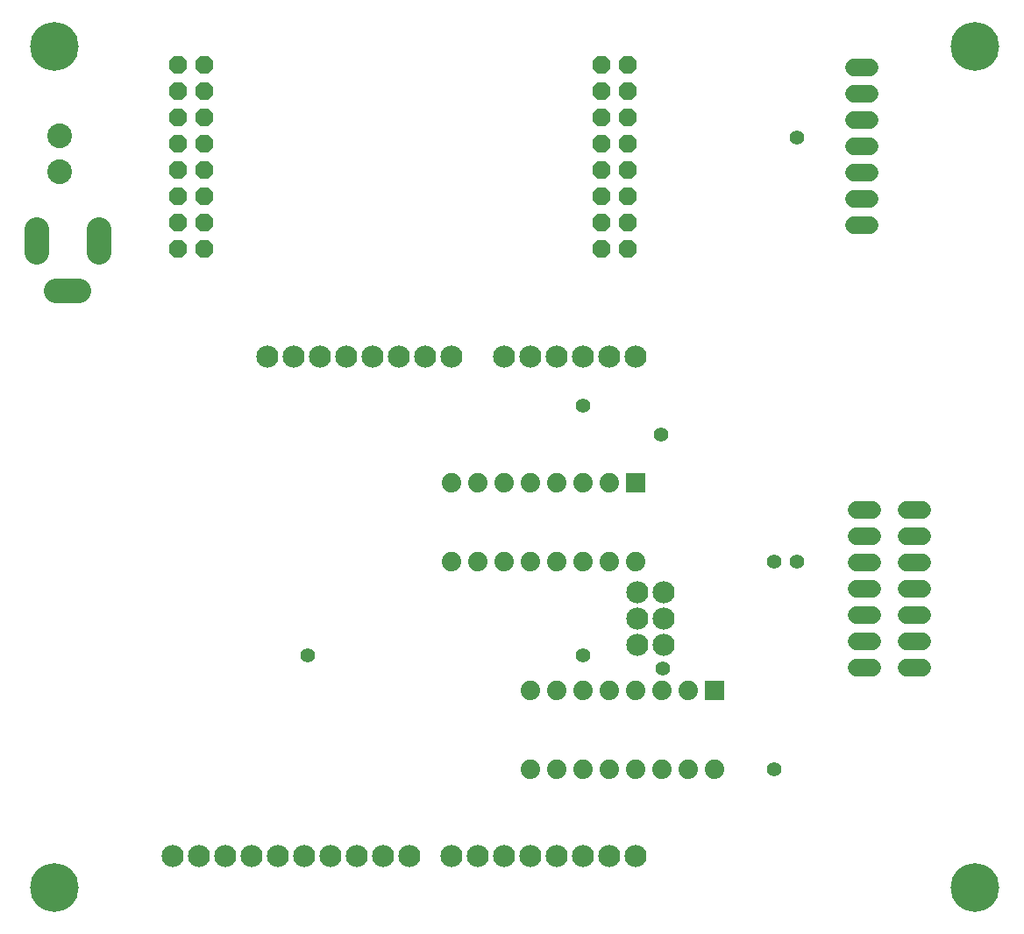
<source format=gbr>
G04 EAGLE Gerber RS-274X export*
G75*
%MOMM*%
%FSLAX34Y34*%
%LPD*%
%INSoldermask Top*%
%IPPOS*%
%AMOC8*
5,1,8,0,0,1.08239X$1,22.5*%
G01*
%ADD10C,4.703200*%
%ADD11C,1.727200*%
%ADD12P,1.869504X8X292.500000*%
%ADD13R,1.879600X1.879600*%
%ADD14C,1.879600*%
%ADD15C,2.387600*%
%ADD16C,2.387600*%
%ADD17C,2.133600*%
%ADD18C,1.409600*%


D10*
X50800Y863600D03*
X939800Y863600D03*
X50800Y50800D03*
X939800Y50800D03*
D11*
X838200Y690880D02*
X822960Y690880D01*
X822960Y716280D02*
X838200Y716280D01*
X838200Y741680D02*
X822960Y741680D01*
X822960Y767080D02*
X838200Y767080D01*
X838200Y792480D02*
X822960Y792480D01*
X822960Y817880D02*
X838200Y817880D01*
X838200Y843280D02*
X822960Y843280D01*
X873760Y262890D02*
X889000Y262890D01*
X889000Y288290D02*
X873760Y288290D01*
X873760Y313690D02*
X889000Y313690D01*
X889000Y339090D02*
X873760Y339090D01*
X873760Y364490D02*
X889000Y364490D01*
X889000Y389890D02*
X873760Y389890D01*
X873760Y415290D02*
X889000Y415290D01*
X840740Y262890D02*
X825500Y262890D01*
X825500Y288290D02*
X840740Y288290D01*
X840740Y313690D02*
X825500Y313690D01*
X825500Y339090D02*
X840740Y339090D01*
X840740Y364490D02*
X825500Y364490D01*
X825500Y389890D02*
X840740Y389890D01*
X840740Y415290D02*
X825500Y415290D01*
D12*
X170180Y845820D03*
X170180Y820420D03*
X170180Y795020D03*
X170180Y769620D03*
X170180Y744220D03*
X170180Y718820D03*
X195580Y845820D03*
X195580Y820420D03*
X195580Y795020D03*
X195580Y769620D03*
X195580Y744220D03*
X195580Y718820D03*
X170180Y693420D03*
X170180Y668020D03*
X195580Y693420D03*
X195580Y668020D03*
D13*
X688340Y241300D03*
D14*
X662940Y241300D03*
X637540Y241300D03*
X612140Y241300D03*
X586740Y241300D03*
X561340Y241300D03*
X535940Y241300D03*
X510540Y241300D03*
X510540Y165100D03*
X535940Y165100D03*
X561340Y165100D03*
X586740Y165100D03*
X612140Y165100D03*
X637540Y165100D03*
X662940Y165100D03*
X688340Y165100D03*
D13*
X612140Y441960D03*
D14*
X586740Y441960D03*
X561340Y441960D03*
X535940Y441960D03*
X510540Y441960D03*
X485140Y441960D03*
X459740Y441960D03*
X434340Y441960D03*
X434340Y365760D03*
X459740Y365760D03*
X485140Y365760D03*
X510540Y365760D03*
X535940Y365760D03*
X561340Y365760D03*
X586740Y365760D03*
X612140Y365760D03*
D15*
X55880Y777460D03*
X55880Y742460D03*
D16*
X52578Y627640D02*
X74422Y627640D01*
X33500Y664718D02*
X33500Y686562D01*
X93500Y686562D02*
X93500Y664718D01*
D17*
X256540Y563880D03*
X281940Y563880D03*
X307340Y563880D03*
X332740Y563880D03*
X358140Y563880D03*
X383540Y563880D03*
X408940Y563880D03*
X434340Y563880D03*
X485140Y563880D03*
X510540Y563880D03*
X535940Y563880D03*
X561340Y563880D03*
X586740Y563880D03*
X612140Y563880D03*
X612140Y81280D03*
X586740Y81280D03*
X561340Y81280D03*
X535940Y81280D03*
X510540Y81280D03*
X485140Y81280D03*
X459740Y81280D03*
X434340Y81280D03*
X393700Y81280D03*
X368300Y81280D03*
X342900Y81280D03*
X317500Y81280D03*
X292100Y81280D03*
X266700Y81280D03*
X241300Y81280D03*
X215900Y81280D03*
X190500Y81280D03*
X165100Y81280D03*
X613540Y284980D03*
X638940Y284980D03*
X613540Y310380D03*
X638940Y310380D03*
X613540Y335780D03*
X638940Y335780D03*
D12*
X579120Y845820D03*
X579120Y820420D03*
X579120Y795020D03*
X579120Y769620D03*
X579120Y744220D03*
X579120Y718820D03*
X604520Y845820D03*
X604520Y820420D03*
X604520Y795020D03*
X604520Y769620D03*
X604520Y744220D03*
X604520Y718820D03*
X579120Y693420D03*
X579120Y668020D03*
X604520Y693420D03*
X604520Y668020D03*
D18*
X745998Y165354D03*
X745744Y365760D03*
X767842Y365760D03*
X767842Y775462D03*
X561340Y275082D03*
X294894Y275082D03*
X561086Y516128D03*
X636778Y488188D03*
X637794Y262128D03*
M02*

</source>
